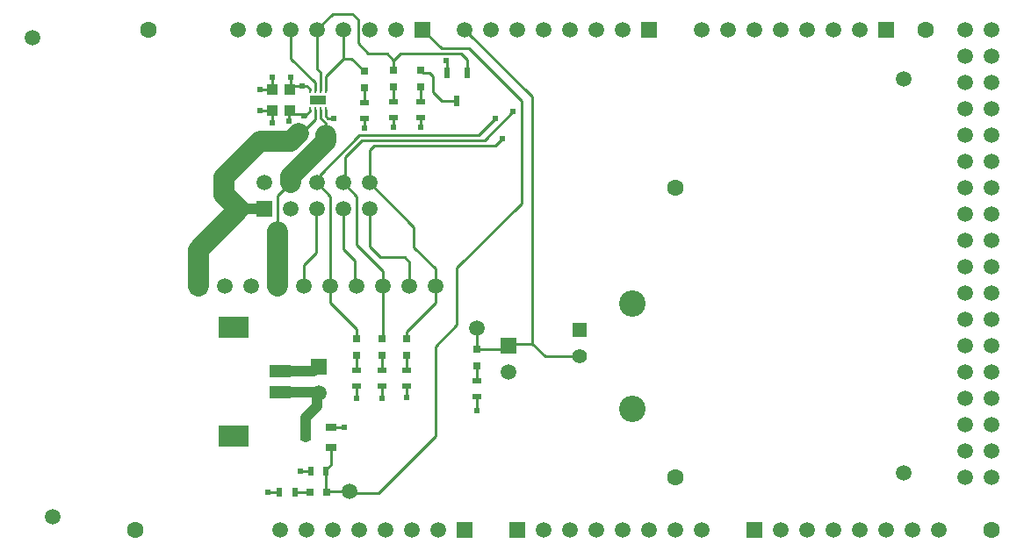
<source format=gtl>
G04*
G04 #@! TF.GenerationSoftware,Altium Limited,Altium Designer,20.0.14 (345)*
G04*
G04 Layer_Physical_Order=1*
G04 Layer_Color=255*
%FSLAX43Y43*%
%MOMM*%
G71*
G01*
G75*
%ADD13C,0.254*%
%ADD15R,2.000X1.200*%
%ADD16R,3.000X2.100*%
%ADD17R,1.600X0.900*%
%ADD18R,0.270X0.500*%
%ADD19R,0.800X0.800*%
%ADD20R,0.800X0.800*%
%ADD21R,0.900X0.600*%
%ADD22R,1.000X0.800*%
%ADD23R,0.600X0.900*%
%ADD24R,1.100X1.000*%
%ADD25R,0.600X1.050*%
%ADD42C,1.000*%
%ADD43C,2.000*%
%ADD44C,1.500*%
%ADD45C,1.400*%
%ADD46R,1.400X1.400*%
%ADD47C,2.550*%
%ADD48R,1.500X1.500*%
%ADD49R,1.500X1.500*%
%ADD50C,1.600*%
%ADD51C,0.610*%
D13*
X36520Y36000D02*
Y39127D01*
X36993Y39600D02*
X48615D01*
X36520Y39127D02*
X36993Y39600D01*
X48615D02*
X49315Y40300D01*
X34131Y38481D02*
X35771Y40122D01*
X47617D02*
X50345Y42850D01*
X35771Y40122D02*
X47617D01*
X31678Y36729D02*
X35547Y40597D01*
X47022D02*
X48620Y42195D01*
X35547Y40597D02*
X47022D01*
X36000Y41310D02*
Y42250D01*
X38867Y42300D02*
X38868Y42300D01*
Y41335D02*
Y42300D01*
X41468Y42300D02*
X41484Y42284D01*
Y41360D02*
Y42284D01*
X34131Y36151D02*
Y38481D01*
X31440Y36000D02*
X31678Y36238D01*
Y36729D01*
X28717Y42867D02*
X28850Y43000D01*
X28717Y42000D02*
Y42867D01*
X46890Y19958D02*
Y22004D01*
X32400Y6140D02*
X32460Y6200D01*
X34576D01*
X34706Y6070D01*
X37370D02*
X42890Y11590D01*
X34706Y6070D02*
X37370D01*
X34193Y6583D02*
X34338Y6438D01*
X49315Y40300D02*
X49352D01*
X31532Y44000D02*
X31532D01*
X31532Y44000D02*
X31532Y44000D01*
X30034Y45373D02*
X30048Y45387D01*
X29223Y45373D02*
X30034D01*
X35270Y15200D02*
Y16370D01*
X35300Y16400D01*
X33980Y36000D02*
X34131Y36151D01*
X51160Y34023D02*
Y43940D01*
X44962Y27825D02*
X51160Y34023D01*
X46100Y49000D02*
X51160Y43940D01*
X45720Y50800D02*
X52210Y44310D01*
Y20460D02*
Y44310D01*
X42890Y11590D02*
Y20214D01*
X44962Y22286D02*
Y27825D01*
X42890Y20214D02*
X44962Y22286D01*
X43456Y49000D02*
X46100D01*
X38868Y47832D02*
X39535Y48500D01*
X45312D01*
X45912Y47900D01*
X43956Y46656D02*
Y47776D01*
X43900Y47832D02*
X43956Y47776D01*
X45912Y46600D02*
Y47900D01*
X41656Y50800D02*
X43456Y49000D01*
X32350Y6190D02*
Y8200D01*
Y6190D02*
X32400Y6140D01*
X29350Y6140D02*
X30800D01*
X30800Y6140D01*
X27850Y6140D02*
X27850Y6140D01*
X26720Y6140D02*
X27850D01*
X30850Y8200D02*
X30850Y8200D01*
X29850Y8200D02*
X30850D01*
X32800Y8800D02*
Y10500D01*
X32350Y8350D02*
X32800Y8800D01*
X32350Y8200D02*
Y8350D01*
X32800Y12400D02*
X32809Y12409D01*
X34110D01*
X53440Y19230D02*
X56810D01*
X49890Y20460D02*
X52210D01*
X53440Y19230D01*
X30190Y26000D02*
Y28036D01*
X31410Y29256D02*
Y33430D01*
X30190Y28036D02*
X31410Y29256D01*
Y33430D02*
X31440Y33460D01*
X46890Y16908D02*
Y18357D01*
Y14058D02*
Y15408D01*
Y19930D02*
X49360D01*
X49890Y20460D01*
X46890Y19930D02*
X46890Y19930D01*
X35300Y20950D02*
Y21900D01*
X32730Y24470D02*
X35300Y21900D01*
X32730Y24470D02*
Y26000D01*
X37700Y20950D02*
X37810Y21060D01*
Y26000D01*
X42890Y24440D02*
Y26000D01*
X40100Y21650D02*
X42890Y24440D01*
X40100Y20950D02*
Y21650D01*
Y17900D02*
Y19350D01*
X37700Y17900D02*
Y19350D01*
X35300Y17900D02*
Y19350D01*
X35300Y19350D02*
X35300Y19350D01*
X37700Y15200D02*
Y16400D01*
X40100Y16400D02*
X40100Y16400D01*
X40100Y15250D02*
Y16400D01*
X41468Y46850D02*
X41741Y46577D01*
X42323D01*
X42600Y46300D01*
Y44759D02*
X43459Y43900D01*
X42600Y44759D02*
Y46300D01*
X43459Y43900D02*
X44962D01*
X43956Y46656D02*
X44012Y46600D01*
X38868Y46850D02*
Y47832D01*
X38200Y48500D02*
X38868Y47832D01*
X35400Y49500D02*
X36400Y48500D01*
X38200D01*
X34870Y52300D02*
X35400Y51770D01*
Y49500D02*
Y51770D01*
X32982Y52300D02*
X34870D01*
X31496Y50800D02*
Y50814D01*
X32982Y52300D01*
X34800Y48000D02*
X36000Y46800D01*
X34036Y48000D02*
X34800D01*
X36000Y43750D02*
Y45200D01*
X41468Y43800D02*
Y45250D01*
X38868Y43800D02*
Y45250D01*
X38867Y42300D02*
X38868Y42300D01*
X27150Y43000D02*
X27150Y43000D01*
X25990Y43000D02*
X27150D01*
X27150Y43000D02*
X27150Y43000D01*
X27150Y41750D02*
Y43000D01*
Y45000D02*
X27150Y45000D01*
X25990Y45000D02*
X27150D01*
X27150Y45000D02*
X27150Y45000D01*
Y46200D01*
X35270Y30016D02*
X37810Y27476D01*
X35270Y30016D02*
Y34710D01*
X37810Y26000D02*
Y27476D01*
X37600Y28800D02*
X39900D01*
X36520Y29880D02*
Y33460D01*
Y29880D02*
X37600Y28800D01*
X40800Y29800D02*
Y31720D01*
X42890Y26000D02*
Y27710D01*
X40800Y29800D02*
X42890Y27710D01*
X36520Y36000D02*
X40800Y31720D01*
X40350Y26000D02*
Y28350D01*
X39900Y28800D02*
X40350Y28350D01*
X33980Y36000D02*
X35270Y34710D01*
X35100Y26170D02*
X35270Y26000D01*
X35100Y26170D02*
Y28500D01*
X33980Y29620D02*
Y33460D01*
Y29620D02*
X35100Y28500D01*
X32730Y26000D02*
Y34710D01*
X31440Y36000D02*
X32730Y34710D01*
X27650Y31300D02*
Y34750D01*
X28900Y36000D01*
X30774Y44958D02*
X30782Y44950D01*
X30774Y44958D02*
Y45073D01*
X30470Y45377D02*
X30774Y45073D01*
X30059Y45377D02*
X30470D01*
X30048Y45387D02*
X30059Y45377D01*
X28900Y45050D02*
X29223Y45373D01*
X28850Y45000D02*
X28900Y45050D01*
Y46200D01*
X28850Y43000D02*
X29223Y42627D01*
X29967D01*
X30094Y42500D01*
X30190D01*
X30347D01*
X30782Y42935D01*
Y43050D01*
X32982Y42250D02*
X33032Y42200D01*
X29700Y40745D02*
X29928D01*
X32282Y42450D02*
X32482Y42250D01*
X32982D01*
X32282Y42450D02*
Y43050D01*
Y41050D02*
Y41750D01*
X31782Y42250D02*
Y43050D01*
Y42250D02*
X32282Y41750D01*
X29928Y40745D02*
X31282Y42100D01*
Y43050D01*
X28956Y48000D02*
Y50800D01*
X31282Y44950D02*
Y45674D01*
X28956Y48000D02*
X31282Y45674D01*
X34036Y48000D02*
Y50800D01*
X32282Y44950D02*
Y46246D01*
X34036Y48000D01*
X31778Y44954D02*
X31782Y44950D01*
X31778Y44954D02*
Y46704D01*
X31496Y46986D02*
Y50800D01*
Y46986D02*
X31778Y46704D01*
D15*
X27900Y17800D02*
D03*
Y15800D02*
D03*
D16*
X23450Y22050D02*
D03*
Y11550D02*
D03*
D17*
X31532Y44000D02*
D03*
D18*
X30782Y44950D02*
D03*
X31282D02*
D03*
X31782D02*
D03*
X32282D02*
D03*
Y43050D02*
D03*
X31782D02*
D03*
X31282D02*
D03*
X30782D02*
D03*
D19*
X46890Y19958D02*
D03*
Y18358D02*
D03*
X35300Y20950D02*
D03*
Y19350D02*
D03*
X37700Y20950D02*
D03*
Y19350D02*
D03*
X40100Y20950D02*
D03*
Y19350D02*
D03*
X38868Y46850D02*
D03*
Y45250D02*
D03*
X36000Y46800D02*
D03*
Y45200D02*
D03*
X41468Y46850D02*
D03*
Y45250D02*
D03*
D20*
X32400Y6140D02*
D03*
X30800D02*
D03*
D21*
X46890Y15408D02*
D03*
Y16908D02*
D03*
X35300Y16400D02*
D03*
Y17900D02*
D03*
X37700Y16400D02*
D03*
Y17900D02*
D03*
X40100Y16400D02*
D03*
Y17900D02*
D03*
X38868Y42300D02*
D03*
Y43800D02*
D03*
X36000Y42250D02*
D03*
Y43750D02*
D03*
X41468Y42300D02*
D03*
Y43800D02*
D03*
D22*
X30400Y11450D02*
D03*
X32800Y12400D02*
D03*
Y10500D02*
D03*
D23*
X30850Y8200D02*
D03*
X32350D02*
D03*
X27850Y6140D02*
D03*
X29350D02*
D03*
D24*
X27150Y43000D02*
D03*
X28850D02*
D03*
X27150Y45000D02*
D03*
X28850D02*
D03*
D25*
X45912Y46600D02*
D03*
X44012D02*
D03*
X44962Y43900D02*
D03*
D42*
X30400Y11450D02*
Y13311D01*
X31504Y14415D02*
Y15648D01*
X30400Y13311D02*
X31504Y14415D01*
Y15648D02*
X31600Y15744D01*
X27900Y17800D02*
X31116D01*
X31600Y18284D01*
X27900Y15800D02*
X27928Y15772D01*
X31572D01*
X31600Y15744D01*
X23940Y33460D02*
X26360D01*
D43*
X20030Y29550D02*
X23940Y33460D01*
X20030Y26000D02*
Y29550D01*
X22528Y36528D02*
X25990Y39990D01*
X22528Y34872D02*
X23940Y33460D01*
X22528Y34872D02*
Y36528D01*
X27650Y26000D02*
Y31300D01*
X25990Y39990D02*
X28944D01*
X29700Y40745D01*
X32282Y39990D02*
Y40597D01*
X28900Y36608D02*
X32282Y39990D01*
X28900Y36000D02*
Y36608D01*
D44*
X46890Y22004D02*
D03*
X34576Y6200D02*
D03*
X49890Y17738D02*
D03*
X31600Y15744D02*
D03*
X25110Y26000D02*
D03*
X22570D02*
D03*
X27650D02*
D03*
X37810D02*
D03*
X35270D02*
D03*
X32730D02*
D03*
X30190D02*
D03*
X40350D02*
D03*
X42890D02*
D03*
X6000Y3810D02*
D03*
X4000Y50000D02*
D03*
X88000Y8000D02*
D03*
Y46000D02*
D03*
X28900Y33460D02*
D03*
X26360Y36000D02*
D03*
X28900D02*
D03*
X36520Y33460D02*
D03*
X31440D02*
D03*
X33980D02*
D03*
X31440Y36000D02*
D03*
X36520D02*
D03*
X33980D02*
D03*
X40640Y2540D02*
D03*
X43180D02*
D03*
X27940D02*
D03*
X30480D02*
D03*
X33020D02*
D03*
X35560D02*
D03*
X38100D02*
D03*
X96520Y50800D02*
D03*
X93980D02*
D03*
X96520Y48260D02*
D03*
X93980D02*
D03*
X96520Y45720D02*
D03*
X93980D02*
D03*
X96520Y43180D02*
D03*
X93980D02*
D03*
X96520Y40640D02*
D03*
X93980D02*
D03*
X96520Y38100D02*
D03*
X93980D02*
D03*
X96520Y35560D02*
D03*
X93980D02*
D03*
X96520Y33020D02*
D03*
X93980D02*
D03*
X96520Y30480D02*
D03*
X93980D02*
D03*
Y27940D02*
D03*
X96520D02*
D03*
Y25400D02*
D03*
X93980D02*
D03*
X96520Y22860D02*
D03*
X93980D02*
D03*
X96520Y20320D02*
D03*
X93980D02*
D03*
X96520Y17780D02*
D03*
X93980D02*
D03*
X96520Y15240D02*
D03*
X93980D02*
D03*
X96520Y12700D02*
D03*
X93980D02*
D03*
X96520Y10160D02*
D03*
X93980D02*
D03*
X96520Y7620D02*
D03*
X93980D02*
D03*
X36576Y50800D02*
D03*
X39116D02*
D03*
X23876D02*
D03*
X26416D02*
D03*
X28956D02*
D03*
X31496D02*
D03*
X34036D02*
D03*
X55880Y2540D02*
D03*
X53340D02*
D03*
X68580D02*
D03*
X66040D02*
D03*
X63500D02*
D03*
X60960D02*
D03*
X58420D02*
D03*
X78740D02*
D03*
X76200D02*
D03*
X91440D02*
D03*
X88900D02*
D03*
X86360D02*
D03*
X83820D02*
D03*
X81280D02*
D03*
Y50800D02*
D03*
X83820D02*
D03*
X68580D02*
D03*
X71120D02*
D03*
X73660D02*
D03*
X76200D02*
D03*
X78740D02*
D03*
X58420D02*
D03*
X60960D02*
D03*
X45720D02*
D03*
X48260D02*
D03*
X50800D02*
D03*
X53340D02*
D03*
X55880D02*
D03*
D45*
X56810Y19230D02*
D03*
D46*
Y21770D02*
D03*
D47*
X61890Y14150D02*
D03*
Y24310D02*
D03*
D48*
X49890Y20278D02*
D03*
X31600Y18284D02*
D03*
D49*
X20030Y26000D02*
D03*
X26360Y33460D02*
D03*
X45720Y2540D02*
D03*
X41656Y50800D02*
D03*
X50800Y2540D02*
D03*
X73660D02*
D03*
X86360Y50800D02*
D03*
X63500D02*
D03*
D50*
X90170D02*
D03*
X96520Y2540D02*
D03*
X66040Y7620D02*
D03*
Y35560D02*
D03*
X13970Y2540D02*
D03*
X15240Y50800D02*
D03*
D51*
X41484Y41360D02*
D03*
X49352Y40300D02*
D03*
X31532Y44000D02*
D03*
X35270Y15200D02*
D03*
X50345Y42850D02*
D03*
X48620Y42195D02*
D03*
X38868Y41335D02*
D03*
X43900Y47832D02*
D03*
X26720Y6140D02*
D03*
X29850Y8200D02*
D03*
X34110Y12409D02*
D03*
X46890Y14058D02*
D03*
X37700Y15200D02*
D03*
X40100Y15250D02*
D03*
X36000Y41310D02*
D03*
X25990Y43000D02*
D03*
X27150Y41750D02*
D03*
X25990Y45000D02*
D03*
X27150Y46200D02*
D03*
X30032Y45381D02*
D03*
X28717Y42000D02*
D03*
X28900Y46200D02*
D03*
X30190Y42500D02*
D03*
X33032Y42200D02*
D03*
M02*

</source>
